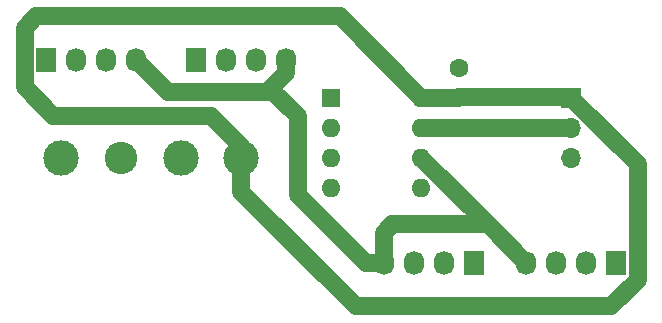
<source format=gtl>
G04 #@! TF.GenerationSoftware,KiCad,Pcbnew,7.0.7+dfsg-1*
G04 #@! TF.CreationDate,2023-09-19T15:44:58+10:00*
G04 #@! TF.ProjectId,fan-controller,66616e2d-636f-46e7-9472-6f6c6c65722e,rev?*
G04 #@! TF.SameCoordinates,Original*
G04 #@! TF.FileFunction,Copper,L1,Top*
G04 #@! TF.FilePolarity,Positive*
%FSLAX46Y46*%
G04 Gerber Fmt 4.6, Leading zero omitted, Abs format (unit mm)*
G04 Created by KiCad (PCBNEW 7.0.7+dfsg-1) date 2023-09-19 15:44:58*
%MOMM*%
%LPD*%
G01*
G04 APERTURE LIST*
G04 #@! TA.AperFunction,ComponentPad*
%ADD10R,1.730000X2.030000*%
G04 #@! TD*
G04 #@! TA.AperFunction,ComponentPad*
%ADD11O,1.730000X2.030000*%
G04 #@! TD*
G04 #@! TA.AperFunction,ComponentPad*
%ADD12R,1.700000X1.700000*%
G04 #@! TD*
G04 #@! TA.AperFunction,ComponentPad*
%ADD13O,1.700000X1.700000*%
G04 #@! TD*
G04 #@! TA.AperFunction,ComponentPad*
%ADD14C,3.000000*%
G04 #@! TD*
G04 #@! TA.AperFunction,ComponentPad*
%ADD15C,2.750000*%
G04 #@! TD*
G04 #@! TA.AperFunction,ComponentPad*
%ADD16R,1.600000X1.600000*%
G04 #@! TD*
G04 #@! TA.AperFunction,ComponentPad*
%ADD17O,1.600000X1.600000*%
G04 #@! TD*
G04 #@! TA.AperFunction,ComponentPad*
%ADD18C,1.600000*%
G04 #@! TD*
G04 #@! TA.AperFunction,Conductor*
%ADD19C,1.500000*%
G04 #@! TD*
G04 APERTURE END LIST*
D10*
X123190000Y-104775000D03*
D11*
X125730000Y-104775000D03*
X128270000Y-104775000D03*
X130810000Y-104775000D03*
D10*
X158750000Y-121920000D03*
D11*
X156210000Y-121920000D03*
X153670000Y-121920000D03*
X151130000Y-121920000D03*
D12*
X154940000Y-107950000D03*
D13*
X154940000Y-110490000D03*
X154940000Y-113030000D03*
D14*
X111760000Y-113030000D03*
D15*
X116840000Y-113030000D03*
D14*
X121920000Y-113030000D03*
X127000000Y-113030000D03*
D11*
X139065000Y-121920000D03*
X141605000Y-121920000D03*
X144145000Y-121920000D03*
D10*
X146685000Y-121920000D03*
X110490000Y-104775000D03*
D11*
X113030000Y-104775000D03*
X115570000Y-104775000D03*
X118110000Y-104775000D03*
D16*
X134620000Y-107950000D03*
D17*
X134620000Y-110490000D03*
X134620000Y-113030000D03*
X134620000Y-115570000D03*
X142240000Y-115570000D03*
X142240000Y-113030000D03*
X142240000Y-110490000D03*
X142240000Y-107950000D03*
D18*
X145415000Y-105430000D03*
X145415000Y-107930000D03*
D19*
X136700862Y-125630000D02*
X158301000Y-125630000D01*
X160565000Y-113569415D02*
X154945585Y-107950000D01*
X111084913Y-109474000D02*
X108675000Y-107064087D01*
X145395000Y-107950000D02*
X145415000Y-107930000D01*
X160565000Y-123366000D02*
X160565000Y-113569415D01*
X108675000Y-107064087D02*
X108675000Y-102018000D01*
X158301000Y-125630000D02*
X160565000Y-123366000D01*
X127000000Y-113030000D02*
X127000000Y-115929138D01*
X109628000Y-101065000D02*
X135355000Y-101065000D01*
X135355000Y-101065000D02*
X142240000Y-107950000D01*
X154920000Y-107930000D02*
X154940000Y-107950000D01*
X108675000Y-102018000D02*
X109628000Y-101065000D01*
X154945585Y-107950000D02*
X154940000Y-107950000D01*
X142240000Y-107950000D02*
X145395000Y-107950000D01*
X127000000Y-115929138D02*
X136700862Y-125630000D01*
X127000000Y-112014000D02*
X124460000Y-109474000D01*
X127000000Y-113030000D02*
X127000000Y-112014000D01*
X124460000Y-109474000D02*
X111084913Y-109474000D01*
X145415000Y-107930000D02*
X154920000Y-107930000D01*
X139065000Y-121920000D02*
X139065000Y-119405000D01*
X129215798Y-107442000D02*
X129469798Y-107188000D01*
X139065000Y-119405000D02*
X139788500Y-118681500D01*
X137541000Y-121920000D02*
X139065000Y-121920000D01*
X129469798Y-107188000D02*
X130810000Y-105847798D01*
X142240000Y-113030000D02*
X147891500Y-118681500D01*
X147891500Y-118681500D02*
X151130000Y-121920000D01*
X129469798Y-107188000D02*
X131826000Y-109544202D01*
X139788500Y-118681500D02*
X147891500Y-118681500D01*
X131826000Y-116205000D02*
X137541000Y-121920000D01*
X130810000Y-105847798D02*
X130810000Y-104775000D01*
X131826000Y-109544202D02*
X131826000Y-116205000D01*
X118110000Y-104775000D02*
X120777000Y-107442000D01*
X120777000Y-107442000D02*
X129215798Y-107442000D01*
X142240000Y-110490000D02*
X154940000Y-110490000D01*
M02*

</source>
